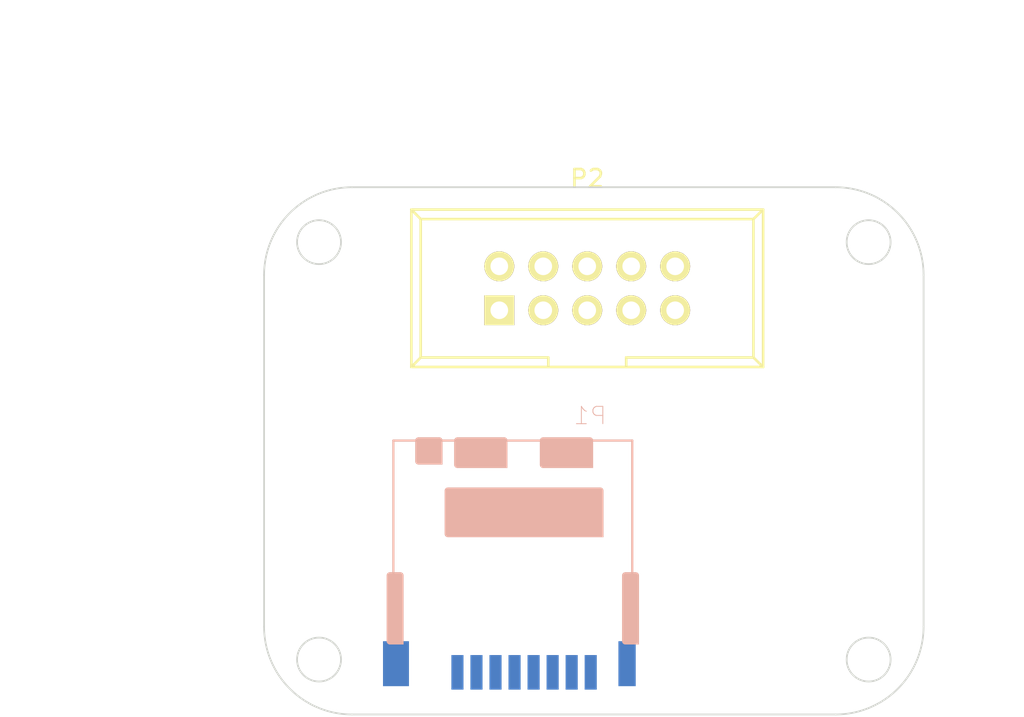
<source format=kicad_pcb>
(kicad_pcb (version 4) (host pcbnew 4.0.4+e1-6308~48~ubuntu16.04.1-stable)

  (general
    (links 8)
    (no_connects 8)
    (area 138.760999 86.817999 176.961001 117.398001)
    (thickness 1.6)
    (drawings 16)
    (tracks 0)
    (zones 0)
    (modules 2)
    (nets 11)
  )

  (page A4)
  (layers
    (0 F.Cu signal)
    (31 B.Cu signal)
    (32 B.Adhes user)
    (33 F.Adhes user)
    (34 B.Paste user)
    (35 F.Paste user)
    (36 B.SilkS user)
    (37 F.SilkS user)
    (38 B.Mask user)
    (39 F.Mask user)
    (40 Dwgs.User user)
    (41 Cmts.User user)
    (42 Eco1.User user)
    (43 Eco2.User user)
    (44 Edge.Cuts user)
    (45 Margin user)
    (46 B.CrtYd user)
    (47 F.CrtYd user)
    (48 B.Fab user hide)
    (49 F.Fab user)
  )

  (setup
    (last_trace_width 0.2032)
    (user_trace_width 0.2032)
    (user_trace_width 0.254)
    (user_trace_width 1.524)
    (trace_clearance 0.2032)
    (zone_clearance 0.508)
    (zone_45_only no)
    (trace_min 0.2032)
    (segment_width 0.2)
    (edge_width 0.1)
    (via_size 0.8)
    (via_drill 0.5)
    (via_min_size 0.00254)
    (via_min_drill 0.5)
    (uvia_size 0.3)
    (uvia_drill 0.1)
    (uvias_allowed no)
    (uvia_min_size 0)
    (uvia_min_drill 0)
    (pcb_text_width 0.3)
    (pcb_text_size 1.5 1.5)
    (mod_edge_width 0.15)
    (mod_text_size 1 1)
    (mod_text_width 0.15)
    (pad_size 1.5 1.5)
    (pad_drill 0.6)
    (pad_to_mask_clearance 0)
    (aux_axis_origin 0 0)
    (visible_elements FFFEEFFF)
    (pcbplotparams
      (layerselection 0x00030_80000001)
      (usegerberextensions false)
      (excludeedgelayer true)
      (linewidth 0.100000)
      (plotframeref false)
      (viasonmask false)
      (mode 1)
      (useauxorigin false)
      (hpglpennumber 1)
      (hpglpenspeed 20)
      (hpglpendiameter 15)
      (hpglpenoverlay 2)
      (psnegative false)
      (psa4output false)
      (plotreference true)
      (plotvalue true)
      (plotinvisibletext false)
      (padsonsilk false)
      (subtractmaskfromsilk false)
      (outputformat 1)
      (mirror false)
      (drillshape 1)
      (scaleselection 1)
      (outputdirectory ""))
  )

  (net 0 "")
  (net 1 GND)
  (net 2 MISO)
  (net 3 SCK)
  (net 4 MOSI)
  (net 5 "Net-(P1-Pad8)")
  (net 6 VCC)
  (net 7 "Net-(P1-Pad2)")
  (net 8 "Net-(P1-Pad1)")
  (net 9 "Net-(P2-Pad3)")
  (net 10 RESET)

  (net_class Default "This is the default net class."
    (clearance 0.2032)
    (trace_width 0.2032)
    (via_dia 0.8)
    (via_drill 0.5)
    (uvia_dia 0.3)
    (uvia_drill 0.1)
    (add_net GND)
    (add_net MISO)
    (add_net MOSI)
    (add_net "Net-(P1-Pad1)")
    (add_net "Net-(P1-Pad2)")
    (add_net "Net-(P1-Pad8)")
    (add_net "Net-(P2-Pad3)")
    (add_net RESET)
    (add_net SCK)
    (add_net VCC)
  )

  (module "UT ROCKETRY MOD:HRS_DM3CS-SF" (layer B.Cu) (tedit 581760FA) (tstamp 580FD413)
    (at 153.181 108.712 180)
    (path /58175F09)
    (solder_mask_margin 0.1)
    (attr smd)
    (fp_text reference P1 (at -4.46 8.635 180) (layer B.SilkS)
      (effects (font (size 1 1) (thickness 0.05)) (justify mirror))
    )
    (fp_text value DM3CS-SF (at -3.825 -8.865 180) (layer B.SilkS) hide
      (effects (font (size 1 1) (thickness 0.05)) (justify mirror))
    )
    (fp_poly (pts (xy -4.45 7.2) (xy -1.75 7.2) (xy -1.75 5.8) (xy -4.45 5.8)) (layer B.SilkS) (width 0.381))
    (fp_poly (pts (xy 0.5 7.2) (xy 3.2 7.2) (xy 3.2 5.8) (xy 0.5 5.8)) (layer B.SilkS) (width 0.381))
    (fp_poly (pts (xy 4.25 7.2) (xy 5.45 7.2) (xy 5.45 6) (xy 4.25 6)) (layer B.SilkS) (width 0.381))
    (fp_poly (pts (xy -5.05 4.3) (xy 3.75 4.3) (xy 3.75 1.8) (xy -5.05 1.8)) (layer B.SilkS) (width 0.381))
    (fp_poly (pts (xy -7.1 -0.6) (xy -6.5 -0.6) (xy -6.5 -4.4) (xy -7.1 -4.4)) (layer B.SilkS) (width 0.381))
    (fp_poly (pts (xy 6.5 -0.6) (xy 7.1 -0.6) (xy 7.1 -4.4) (xy 6.5 -4.4)) (layer B.SilkS) (width 0.381))
    (fp_line (start -6.9 -4.2) (end -6.9 7.2) (layer B.SilkS) (width 0.127))
    (fp_line (start -6.9 7.2) (end 6.9 7.2) (layer B.SilkS) (width 0.127))
    (fp_line (start 6.9 7.2) (end 6.9 -4.2) (layer B.SilkS) (width 0.127))
    (fp_line (start 6.9 -4.2) (end 6.9 -7.2) (layer Dwgs.User) (width 0.127))
    (fp_line (start 6.9 -7.2) (end 6 -7.2) (layer Dwgs.User) (width 0.127))
    (fp_arc (start 4.5 -7.2) (end 4.5 -5.7) (angle -90) (layer Dwgs.User) (width 0.127))
    (fp_line (start 4.5 -5.7) (end 0 -5.7) (layer Dwgs.User) (width 0.127))
    (fp_line (start 0 -5.7) (end -4.6 -5.7) (layer Dwgs.User) (width 0.127))
    (fp_arc (start -4.6 -7.2) (end -6.1 -7.2) (angle -90) (layer Dwgs.User) (width 0.127))
    (fp_line (start -6.1 -7.2) (end -6.9 -7.2) (layer Dwgs.User) (width 0.127))
    (fp_line (start -6.9 -7.2) (end -6.9 -4.2) (layer Dwgs.User) (width 0.127))
    (pad 8 smd rect (at -4.5 -6.2 180) (size 0.7 2) (layers B.Cu B.Paste B.Mask)
      (net 5 "Net-(P1-Pad8)") (solder_mask_margin 0.2))
    (pad 7 smd rect (at -3.4 -6.2 180) (size 0.7 2) (layers B.Cu B.Paste B.Mask)
      (net 2 MISO) (solder_mask_margin 0.2))
    (pad 6 smd rect (at -2.3 -6.2 180) (size 0.7 2) (layers B.Cu B.Paste B.Mask)
      (net 1 GND) (solder_mask_margin 0.2))
    (pad 5 smd rect (at -1.2 -6.2 180) (size 0.7 2) (layers B.Cu B.Paste B.Mask)
      (net 3 SCK) (solder_mask_margin 0.2))
    (pad 4 smd rect (at -0.1 -6.2 180) (size 0.7 2) (layers B.Cu B.Paste B.Mask)
      (net 6 VCC) (solder_mask_margin 0.2))
    (pad 3 smd rect (at 1 -6.2 180) (size 0.7 2) (layers B.Cu B.Paste B.Mask)
      (net 4 MOSI) (solder_mask_margin 0.2))
    (pad 2 smd rect (at 2.1 -6.2 180) (size 0.7 2) (layers B.Cu B.Paste B.Mask)
      (net 7 "Net-(P1-Pad2)") (solder_mask_margin 0.2))
    (pad 1 smd rect (at 3.2 -6.2 180) (size 0.7 2) (layers B.Cu B.Paste B.Mask)
      (net 8 "Net-(P1-Pad1)") (solder_mask_margin 0.2))
    (pad PAD. smd rect (at -6.6 -5.7 180) (size 1 2.6) (layers B.Cu B.Paste B.Mask)
      (solder_mask_margin 0.2))
    (pad PAD smd rect (at 6.75 -5.7 180) (size 1.5 2.6) (layers B.Cu B.Paste B.Mask)
      (solder_mask_margin 0.2))
  )

  (module Connect:IDC_Header_Straight_10pins (layer F.Cu) (tedit 0) (tstamp 5817616E)
    (at 152.4 93.98)
    (descr "10 pins through hole IDC header")
    (tags "IDC header socket VASCH")
    (path /58175E3E)
    (fp_text reference P2 (at 5.08 -7.62) (layer F.SilkS)
      (effects (font (size 1 1) (thickness 0.15)))
    )
    (fp_text value CONN_02X05 (at 5.08 5.223) (layer F.Fab)
      (effects (font (size 1 1) (thickness 0.15)))
    )
    (fp_line (start -5.08 -5.82) (end 15.24 -5.82) (layer F.SilkS) (width 0.15))
    (fp_line (start -4.54 -5.27) (end 14.68 -5.27) (layer F.SilkS) (width 0.15))
    (fp_line (start -5.08 3.28) (end 15.24 3.28) (layer F.SilkS) (width 0.15))
    (fp_line (start -4.54 2.73) (end 2.83 2.73) (layer F.SilkS) (width 0.15))
    (fp_line (start 7.33 2.73) (end 14.68 2.73) (layer F.SilkS) (width 0.15))
    (fp_line (start 2.83 2.73) (end 2.83 3.28) (layer F.SilkS) (width 0.15))
    (fp_line (start 7.33 2.73) (end 7.33 3.28) (layer F.SilkS) (width 0.15))
    (fp_line (start -5.08 -5.82) (end -5.08 3.28) (layer F.SilkS) (width 0.15))
    (fp_line (start -4.54 -5.27) (end -4.54 2.73) (layer F.SilkS) (width 0.15))
    (fp_line (start 15.24 -5.82) (end 15.24 3.28) (layer F.SilkS) (width 0.15))
    (fp_line (start 14.68 -5.27) (end 14.68 2.73) (layer F.SilkS) (width 0.15))
    (fp_line (start -5.08 -5.82) (end -4.54 -5.27) (layer F.SilkS) (width 0.15))
    (fp_line (start 15.24 -5.82) (end 14.68 -5.27) (layer F.SilkS) (width 0.15))
    (fp_line (start -5.08 3.28) (end -4.54 2.73) (layer F.SilkS) (width 0.15))
    (fp_line (start 15.24 3.28) (end 14.68 2.73) (layer F.SilkS) (width 0.15))
    (fp_line (start -5.35 -6.05) (end 15.5 -6.05) (layer F.CrtYd) (width 0.05))
    (fp_line (start 15.5 -6.05) (end 15.5 3.55) (layer F.CrtYd) (width 0.05))
    (fp_line (start 15.5 3.55) (end -5.35 3.55) (layer F.CrtYd) (width 0.05))
    (fp_line (start -5.35 3.55) (end -5.35 -6.05) (layer F.CrtYd) (width 0.05))
    (pad 1 thru_hole rect (at 0 0) (size 1.7272 1.7272) (drill 1.016) (layers *.Cu *.Mask F.SilkS)
      (net 4 MOSI))
    (pad 2 thru_hole oval (at 0 -2.54) (size 1.7272 1.7272) (drill 1.016) (layers *.Cu *.Mask F.SilkS)
      (net 6 VCC))
    (pad 3 thru_hole oval (at 2.54 0) (size 1.7272 1.7272) (drill 1.016) (layers *.Cu *.Mask F.SilkS)
      (net 9 "Net-(P2-Pad3)"))
    (pad 4 thru_hole oval (at 2.54 -2.54) (size 1.7272 1.7272) (drill 1.016) (layers *.Cu *.Mask F.SilkS)
      (net 1 GND))
    (pad 5 thru_hole oval (at 5.08 0) (size 1.7272 1.7272) (drill 1.016) (layers *.Cu *.Mask F.SilkS)
      (net 10 RESET))
    (pad 6 thru_hole oval (at 5.08 -2.54) (size 1.7272 1.7272) (drill 1.016) (layers *.Cu *.Mask F.SilkS)
      (net 1 GND))
    (pad 7 thru_hole oval (at 7.62 0) (size 1.7272 1.7272) (drill 1.016) (layers *.Cu *.Mask F.SilkS)
      (net 3 SCK))
    (pad 8 thru_hole oval (at 7.62 -2.54) (size 1.7272 1.7272) (drill 1.016) (layers *.Cu *.Mask F.SilkS)
      (net 1 GND))
    (pad 9 thru_hole oval (at 10.16 0) (size 1.7272 1.7272) (drill 1.016) (layers *.Cu *.Mask F.SilkS)
      (net 2 MISO))
    (pad 10 thru_hole oval (at 10.16 -2.54) (size 1.7272 1.7272) (drill 1.016) (layers *.Cu *.Mask F.SilkS)
      (net 1 GND))
  )

  (dimension 2.54 (width 0.3) (layer Dwgs.User)
    (gr_text "0.1000 in" (at 183.261 90.043 270) (layer Dwgs.User) (tstamp 58136707)
      (effects (font (size 1.5 1.5) (thickness 0.3)))
    )
    (feature1 (pts (xy 173.736 91.313) (xy 181.389 91.313)))
    (feature2 (pts (xy 173.736 88.773) (xy 181.389 88.773)))
    (crossbar (pts (xy 178.689 88.773) (xy 178.689 91.313)))
    (arrow1a (pts (xy 178.689 91.313) (xy 178.102579 90.186496)))
    (arrow1b (pts (xy 178.689 91.313) (xy 179.275421 90.186496)))
    (arrow2a (pts (xy 178.689 88.773) (xy 178.102579 89.899504)))
    (arrow2b (pts (xy 178.689 88.773) (xy 179.275421 89.899504)))
  )
  (dimension 31.75 (width 0.3) (layer Dwgs.User)
    (gr_text "1.2500 in" (at 157.861 81.2) (layer Dwgs.User)
      (effects (font (size 1.5 1.5) (thickness 0.3)))
    )
    (feature1 (pts (xy 173.736 90.043) (xy 173.736 79.85)))
    (feature2 (pts (xy 141.986 90.043) (xy 141.986 79.85)))
    (crossbar (pts (xy 141.986 82.55) (xy 173.736 82.55)))
    (arrow1a (pts (xy 173.736 82.55) (xy 172.609496 83.136421)))
    (arrow1b (pts (xy 173.736 82.55) (xy 172.609496 81.963579)))
    (arrow2a (pts (xy 141.986 82.55) (xy 143.112504 83.136421)))
    (arrow2b (pts (xy 141.986 82.55) (xy 143.112504 81.963579)))
  )
  (dimension 38.1 (width 0.3) (layer Dwgs.User)
    (gr_text "1.5000 in" (at 157.861 77.898) (layer Dwgs.User)
      (effects (font (size 1.5 1.5) (thickness 0.3)))
    )
    (feature1 (pts (xy 176.911 86.868) (xy 176.911 76.548)))
    (feature2 (pts (xy 138.811 86.868) (xy 138.811 76.548)))
    (crossbar (pts (xy 138.811 79.248) (xy 176.911 79.248)))
    (arrow1a (pts (xy 176.911 79.248) (xy 175.784496 79.834421)))
    (arrow1b (pts (xy 176.911 79.248) (xy 175.784496 78.661579)))
    (arrow2a (pts (xy 138.811 79.248) (xy 139.937504 79.834421)))
    (arrow2b (pts (xy 138.811 79.248) (xy 139.937504 78.661579)))
  )
  (dimension 30.48 (width 0.3) (layer Dwgs.User)
    (gr_text "1.2000 in" (at 129.841 102.108 270) (layer Dwgs.User)
      (effects (font (size 1.5 1.5) (thickness 0.3)))
    )
    (feature1 (pts (xy 138.811 117.348) (xy 128.491 117.348)))
    (feature2 (pts (xy 138.811 86.868) (xy 128.491 86.868)))
    (crossbar (pts (xy 131.191 86.868) (xy 131.191 117.348)))
    (arrow1a (pts (xy 131.191 117.348) (xy 130.604579 116.221496)))
    (arrow1b (pts (xy 131.191 117.348) (xy 131.777421 116.221496)))
    (arrow2a (pts (xy 131.191 86.868) (xy 130.604579 87.994504)))
    (arrow2b (pts (xy 131.191 86.868) (xy 131.777421 87.994504)))
  )
  (gr_circle (center 173.736 114.173) (end 173.736 112.903) (layer Edge.Cuts) (width 0.1))
  (gr_circle (center 141.986 114.173) (end 141.986 112.903) (layer Edge.Cuts) (width 0.1))
  (gr_circle (center 141.986 90.043) (end 141.986 88.773) (layer Edge.Cuts) (width 0.1))
  (gr_circle (center 173.736 90.043) (end 173.736 88.773) (layer Edge.Cuts) (width 0.1))
  (gr_arc (start 143.891 112.268) (end 143.891 117.348) (angle 90) (layer Edge.Cuts) (width 0.1))
  (gr_arc (start 143.891 91.948) (end 138.811 91.948) (angle 90) (layer Edge.Cuts) (width 0.1))
  (gr_arc (start 171.831 112.268) (end 176.911 112.268) (angle 90) (layer Edge.Cuts) (width 0.1))
  (gr_arc (start 171.831 91.948) (end 171.831 86.868) (angle 90) (layer Edge.Cuts) (width 0.1))
  (gr_line (start 171.831 86.868) (end 143.891 86.868) (layer Edge.Cuts) (width 0.1))
  (gr_line (start 176.911 112.268) (end 176.911 91.948) (layer Edge.Cuts) (width 0.1))
  (gr_line (start 143.891 117.348) (end 171.831 117.348) (layer Edge.Cuts) (width 0.1))
  (gr_line (start 138.811 91.948) (end 138.811 112.268) (layer Edge.Cuts) (width 0.1))

)

</source>
